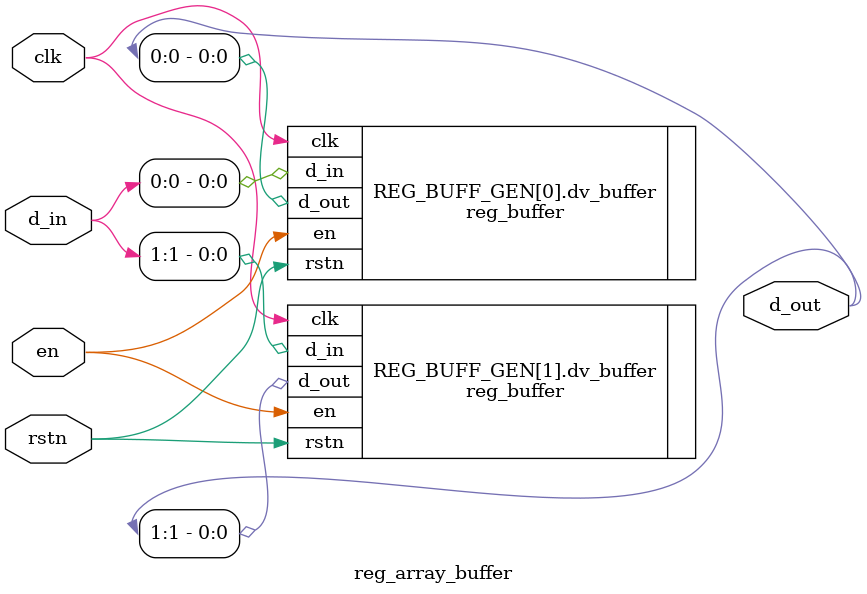
<source format=v>
`timescale 1ns / 1ps

module reg_array_buffer(
    clk,
    rstn,
    d_in,
    en,

    d_out
    );
    
    ////////////////////////////////////////// Parameters ////////////////////////////////////////////
    parameter DELAY      = 2;
    parameter DATA_WIDTH = 2;

    ////////////////////////////////////// Port declaration ////////////////////////////////////////////
    input  clk;
    input  rstn;
    input  [DATA_WIDTH-1:0] d_in;
    input  en;

    output [DATA_WIDTH-1:0] d_out;

    genvar i;
    for (i = 0; i<DATA_WIDTH; i= i+1) begin: REG_BUFF_GEN
        reg_buffer #(
            .DELAY(DELAY)
        )dv_buffer(
            .clk(clk),
            .rstn(rstn),// maybe use a different signal to reset ();
            .d_in(d_in[i]),
            .en(en),
            .d_out(d_out[i])
    );
    end


endmodule
</source>
